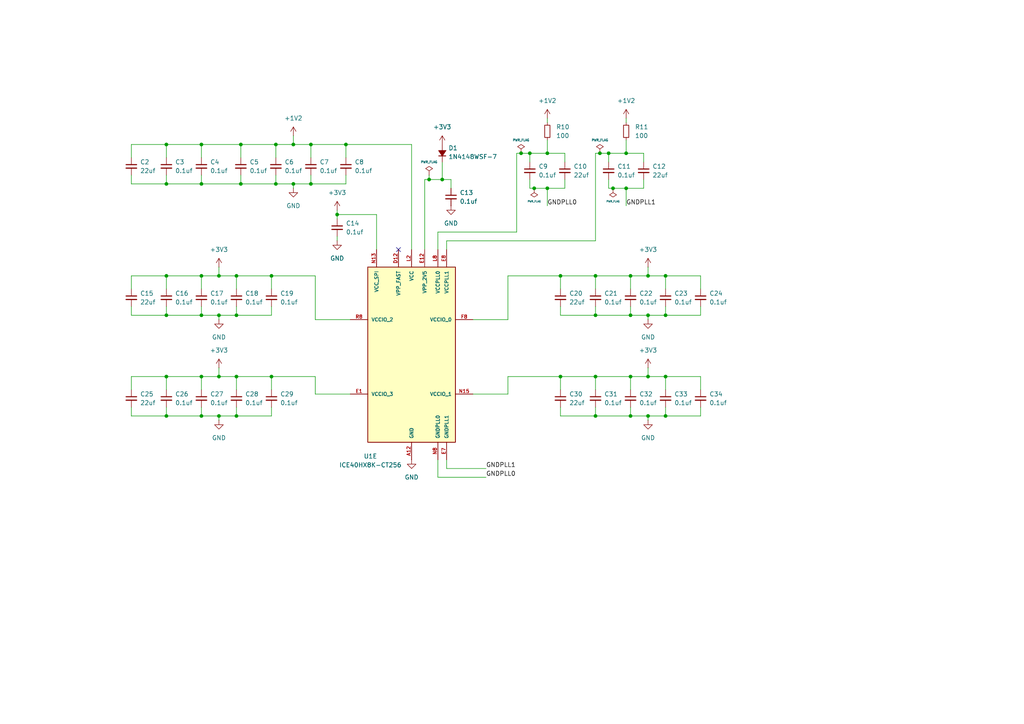
<source format=kicad_sch>
(kicad_sch (version 20231120) (generator "eeschema") (generator_version "8.0")
  (paper "A4")
  (junction (at 85.09 53.34))
  (junction (at 172.72 80.01))
  (junction (at 128.27 52.07))
  (junction (at 58.42 91.44))
  (junction (at 58.42 53.34))
  (junction (at 48.26 120.65))
  (junction (at 48.26 91.44))
  (junction (at 181.61 44.45))
  (junction (at 90.17 53.34))
  (junction (at 48.26 80.01))
  (junction (at 58.42 120.65))
  (junction (at 63.5 91.44))
  (junction (at 68.58 80.01))
  (junction (at 193.04 109.22))
  (junction (at 162.56 109.22))
  (junction (at 151.13 44.45))
  (junction (at 69.85 53.34))
  (junction (at 58.42 80.01))
  (junction (at 48.26 53.34))
  (junction (at 48.26 41.91))
  (junction (at 193.04 80.01))
  (junction (at 176.53 44.45))
  (junction (at 80.01 41.91))
  (junction (at 68.58 91.44))
  (junction (at 78.74 80.01))
  (junction (at 177.8 54.61))
  (junction (at 154.94 54.61))
  (junction (at 182.88 120.65))
  (junction (at 85.09 41.91))
  (junction (at 63.5 120.65))
  (junction (at 187.96 80.01))
  (junction (at 90.17 41.91))
  (junction (at 173.99 44.45))
  (junction (at 187.96 91.44))
  (junction (at 63.5 109.22))
  (junction (at 182.88 91.44))
  (junction (at 181.61 54.61))
  (junction (at 187.96 120.65))
  (junction (at 158.75 44.45))
  (junction (at 78.74 109.22))
  (junction (at 124.46 52.07))
  (junction (at 100.33 41.91))
  (junction (at 153.67 44.45))
  (junction (at 182.88 80.01))
  (junction (at 182.88 109.22))
  (junction (at 172.72 120.65))
  (junction (at 193.04 91.44))
  (junction (at 172.72 91.44))
  (junction (at 68.58 120.65))
  (junction (at 63.5 80.01))
  (junction (at 58.42 109.22))
  (junction (at 187.96 109.22))
  (junction (at 158.75 54.61))
  (junction (at 80.01 53.34))
  (junction (at 69.85 41.91))
  (junction (at 58.42 41.91))
  (junction (at 162.56 80.01))
  (junction (at 68.58 109.22))
  (junction (at 193.04 120.65))
  (junction (at 48.26 109.22))
  (junction (at 172.72 109.22))
  (junction (at 97.79 62.23))
  (no_connect (at 115.57 72.39))
  (wire (pts (xy 153.67 54.61) (xy 154.94 54.61)))
  (wire (pts (xy 186.69 54.61) (xy 186.69 52.07)))
  (wire (pts (xy 172.72 44.45) (xy 172.72 69.85)))
  (wire (pts (xy 63.5 106.68) (xy 63.5 109.22)))
  (wire (pts (xy 48.26 83.82) (xy 48.26 80.01)))
  (wire (pts (xy 193.04 80.01) (xy 203.2 80.01)))
  (wire (pts (xy 182.88 91.44) (xy 187.96 91.44)))
  (wire (pts (xy 172.72 120.65) (xy 182.88 120.65)))
  (wire (pts (xy 182.88 118.11) (xy 182.88 120.65)))
  (wire (pts (xy 182.88 80.01) (xy 187.96 80.01)))
  (wire (pts (xy 149.86 67.31) (xy 149.86 44.45)))
  (wire (pts (xy 38.1 50.8) (xy 38.1 53.34)))
  (wire (pts (xy 63.5 91.44) (xy 68.58 91.44)))
  (wire (pts (xy 100.33 41.91) (xy 119.38 41.91)))
  (wire (pts (xy 48.26 80.01) (xy 58.42 80.01)))
  (wire (pts (xy 176.53 44.45) (xy 173.99 44.45)))
  (wire (pts (xy 162.56 83.82) (xy 162.56 80.01)))
  (wire (pts (xy 172.72 69.85) (xy 129.54 69.85)))
  (wire (pts (xy 58.42 88.9) (xy 58.42 91.44)))
  (wire (pts (xy 186.69 44.45) (xy 186.69 46.99)))
  (wire (pts (xy 147.32 114.3) (xy 147.32 109.22)))
  (wire (pts (xy 172.72 118.11) (xy 172.72 120.65)))
  (wire (pts (xy 162.56 120.65) (xy 172.72 120.65)))
  (wire (pts (xy 90.17 41.91) (xy 90.17 45.72)))
  (wire (pts (xy 91.44 92.71) (xy 101.6 92.71)))
  (wire (pts (xy 90.17 53.34) (xy 100.33 53.34)))
  (wire (pts (xy 177.8 54.61) (xy 181.61 54.61)))
  (wire (pts (xy 182.88 120.65) (xy 187.96 120.65)))
  (wire (pts (xy 38.1 45.72) (xy 38.1 41.91)))
  (wire (pts (xy 90.17 50.8) (xy 90.17 53.34)))
  (wire (pts (xy 48.26 91.44) (xy 58.42 91.44)))
  (wire (pts (xy 68.58 91.44) (xy 78.74 91.44)))
  (wire (pts (xy 193.04 91.44) (xy 203.2 91.44)))
  (wire (pts (xy 158.75 44.45) (xy 163.83 44.45)))
  (wire (pts (xy 38.1 113.03) (xy 38.1 109.22)))
  (wire (pts (xy 58.42 50.8) (xy 58.42 53.34)))
  (wire (pts (xy 109.22 72.39) (xy 109.22 62.23)))
  (wire (pts (xy 203.2 91.44) (xy 203.2 88.9)))
  (wire (pts (xy 187.96 120.65) (xy 187.96 121.92)))
  (wire (pts (xy 193.04 88.9) (xy 193.04 91.44)))
  (wire (pts (xy 137.16 92.71) (xy 147.32 92.71)))
  (wire (pts (xy 203.2 120.65) (xy 203.2 118.11)))
  (wire (pts (xy 193.04 109.22) (xy 193.04 113.03)))
  (wire (pts (xy 78.74 80.01) (xy 78.74 83.82)))
  (wire (pts (xy 153.67 44.45) (xy 153.67 46.99)))
  (wire (pts (xy 38.1 53.34) (xy 48.26 53.34)))
  (wire (pts (xy 176.53 44.45) (xy 176.53 46.99)))
  (wire (pts (xy 58.42 118.11) (xy 58.42 120.65)))
  (wire (pts (xy 181.61 44.45) (xy 186.69 44.45)))
  (wire (pts (xy 163.83 54.61) (xy 163.83 52.07)))
  (wire (pts (xy 90.17 41.91) (xy 100.33 41.91)))
  (wire (pts (xy 162.56 88.9) (xy 162.56 91.44)))
  (wire (pts (xy 151.13 44.45) (xy 153.67 44.45)))
  (wire (pts (xy 147.32 109.22) (xy 162.56 109.22)))
  (wire (pts (xy 58.42 120.65) (xy 63.5 120.65)))
  (wire (pts (xy 63.5 120.65) (xy 68.58 120.65)))
  (wire (pts (xy 85.09 39.37) (xy 85.09 41.91)))
  (wire (pts (xy 100.33 41.91) (xy 100.33 45.72)))
  (wire (pts (xy 172.72 109.22) (xy 182.88 109.22)))
  (wire (pts (xy 128.27 52.07) (xy 128.27 46.99)))
  (wire (pts (xy 130.81 54.61) (xy 130.81 52.07)))
  (wire (pts (xy 58.42 91.44) (xy 63.5 91.44)))
  (wire (pts (xy 176.53 54.61) (xy 177.8 54.61)))
  (wire (pts (xy 63.5 120.65) (xy 63.5 121.92)))
  (wire (pts (xy 38.1 120.65) (xy 48.26 120.65)))
  (wire (pts (xy 58.42 41.91) (xy 58.42 45.72)))
  (wire (pts (xy 181.61 40.64) (xy 181.61 44.45)))
  (wire (pts (xy 48.26 118.11) (xy 48.26 120.65)))
  (wire (pts (xy 97.79 62.23) (xy 97.79 63.5)))
  (wire (pts (xy 91.44 109.22) (xy 78.74 109.22)))
  (wire (pts (xy 203.2 80.01) (xy 203.2 83.82)))
  (wire (pts (xy 109.22 62.23) (xy 97.79 62.23)))
  (wire (pts (xy 162.56 91.44) (xy 172.72 91.44)))
  (wire (pts (xy 78.74 80.01) (xy 91.44 80.01)))
  (wire (pts (xy 137.16 114.3) (xy 147.32 114.3)))
  (wire (pts (xy 182.88 109.22) (xy 182.88 113.03)))
  (wire (pts (xy 176.53 44.45) (xy 181.61 44.45)))
  (wire (pts (xy 78.74 120.65) (xy 78.74 118.11)))
  (wire (pts (xy 48.26 113.03) (xy 48.26 109.22)))
  (wire (pts (xy 172.72 80.01) (xy 182.88 80.01)))
  (wire (pts (xy 48.26 41.91) (xy 58.42 41.91)))
  (wire (pts (xy 63.5 80.01) (xy 68.58 80.01)))
  (wire (pts (xy 85.09 41.91) (xy 90.17 41.91)))
  (wire (pts (xy 153.67 54.61) (xy 153.67 52.07)))
  (wire (pts (xy 123.19 52.07) (xy 124.46 52.07)))
  (wire (pts (xy 68.58 88.9) (xy 68.58 91.44)))
  (wire (pts (xy 129.54 69.85) (xy 129.54 72.39)))
  (wire (pts (xy 158.75 54.61) (xy 163.83 54.61)))
  (wire (pts (xy 172.72 88.9) (xy 172.72 91.44)))
  (wire (pts (xy 187.96 91.44) (xy 187.96 92.71)))
  (wire (pts (xy 38.1 80.01) (xy 48.26 80.01)))
  (wire (pts (xy 193.04 109.22) (xy 203.2 109.22)))
  (wire (pts (xy 193.04 118.11) (xy 193.04 120.65)))
  (wire (pts (xy 91.44 80.01) (xy 91.44 92.71)))
  (wire (pts (xy 78.74 91.44) (xy 78.74 88.9)))
  (wire (pts (xy 48.26 88.9) (xy 48.26 91.44)))
  (wire (pts (xy 119.38 41.91) (xy 119.38 72.39)))
  (wire (pts (xy 91.44 109.22) (xy 91.44 114.3)))
  (wire (pts (xy 127 138.43) (xy 140.97 138.43)))
  (wire (pts (xy 68.58 80.01) (xy 68.58 83.82)))
  (wire (pts (xy 193.04 80.01) (xy 193.04 83.82)))
  (wire (pts (xy 182.88 109.22) (xy 187.96 109.22)))
  (wire (pts (xy 68.58 109.22) (xy 78.74 109.22)))
  (wire (pts (xy 80.01 41.91) (xy 80.01 45.72)))
  (wire (pts (xy 181.61 54.61) (xy 186.69 54.61)))
  (wire (pts (xy 80.01 41.91) (xy 85.09 41.91)))
  (wire (pts (xy 58.42 80.01) (xy 63.5 80.01)))
  (wire (pts (xy 187.96 106.68) (xy 187.96 109.22)))
  (wire (pts (xy 129.54 133.35) (xy 129.54 135.89)))
  (wire (pts (xy 85.09 53.34) (xy 85.09 54.61)))
  (wire (pts (xy 187.96 109.22) (xy 193.04 109.22)))
  (wire (pts (xy 128.27 52.07) (xy 130.81 52.07)))
  (wire (pts (xy 69.85 53.34) (xy 80.01 53.34)))
  (wire (pts (xy 80.01 53.34) (xy 85.09 53.34)))
  (wire (pts (xy 162.56 80.01) (xy 172.72 80.01)))
  (wire (pts (xy 123.19 52.07) (xy 123.19 72.39)))
  (wire (pts (xy 124.46 50.8) (xy 124.46 52.07)))
  (wire (pts (xy 58.42 41.91) (xy 69.85 41.91)))
  (wire (pts (xy 38.1 88.9) (xy 38.1 91.44)))
  (wire (pts (xy 38.1 41.91) (xy 48.26 41.91)))
  (wire (pts (xy 158.75 54.61) (xy 158.75 59.69)))
  (wire (pts (xy 127 133.35) (xy 127 138.43)))
  (wire (pts (xy 182.88 88.9) (xy 182.88 91.44)))
  (wire (pts (xy 48.26 50.8) (xy 48.26 53.34)))
  (wire (pts (xy 68.58 80.01) (xy 78.74 80.01)))
  (wire (pts (xy 58.42 80.01) (xy 58.42 83.82)))
  (wire (pts (xy 68.58 118.11) (xy 68.58 120.65)))
  (wire (pts (xy 124.46 52.07) (xy 128.27 52.07)))
  (wire (pts (xy 182.88 80.01) (xy 182.88 83.82)))
  (wire (pts (xy 172.72 83.82) (xy 172.72 80.01)))
  (wire (pts (xy 97.79 69.85) (xy 97.79 68.58)))
  (wire (pts (xy 172.72 113.03) (xy 172.72 109.22)))
  (wire (pts (xy 80.01 50.8) (xy 80.01 53.34)))
  (wire (pts (xy 48.26 45.72) (xy 48.26 41.91)))
  (wire (pts (xy 91.44 114.3) (xy 101.6 114.3)))
  (wire (pts (xy 69.85 41.91) (xy 69.85 45.72)))
  (wire (pts (xy 149.86 44.45) (xy 151.13 44.45)))
  (wire (pts (xy 48.26 120.65) (xy 58.42 120.65)))
  (wire (pts (xy 38.1 91.44) (xy 48.26 91.44)))
  (wire (pts (xy 158.75 40.64) (xy 158.75 44.45)))
  (wire (pts (xy 203.2 109.22) (xy 203.2 113.03)))
  (wire (pts (xy 63.5 91.44) (xy 63.5 92.71)))
  (wire (pts (xy 187.96 77.47) (xy 187.96 80.01)))
  (wire (pts (xy 97.79 60.96) (xy 97.79 62.23)))
  (wire (pts (xy 58.42 109.22) (xy 63.5 109.22)))
  (wire (pts (xy 63.5 109.22) (xy 68.58 109.22)))
  (wire (pts (xy 181.61 34.29) (xy 181.61 35.56)))
  (wire (pts (xy 78.74 109.22) (xy 78.74 113.03)))
  (wire (pts (xy 147.32 80.01) (xy 162.56 80.01)))
  (wire (pts (xy 38.1 109.22) (xy 48.26 109.22)))
  (wire (pts (xy 69.85 50.8) (xy 69.85 53.34)))
  (wire (pts (xy 162.56 113.03) (xy 162.56 109.22)))
  (wire (pts (xy 48.26 109.22) (xy 58.42 109.22)))
  (wire (pts (xy 85.09 53.34) (xy 90.17 53.34)))
  (wire (pts (xy 158.75 34.29) (xy 158.75 35.56)))
  (wire (pts (xy 163.83 44.45) (xy 163.83 46.99)))
  (wire (pts (xy 162.56 109.22) (xy 172.72 109.22)))
  (wire (pts (xy 154.94 54.61) (xy 158.75 54.61)))
  (wire (pts (xy 58.42 53.34) (xy 69.85 53.34)))
  (wire (pts (xy 176.53 54.61) (xy 176.53 52.07)))
  (wire (pts (xy 187.96 120.65) (xy 193.04 120.65)))
  (wire (pts (xy 181.61 54.61) (xy 181.61 59.69)))
  (wire (pts (xy 100.33 53.34) (xy 100.33 50.8)))
  (wire (pts (xy 187.96 91.44) (xy 193.04 91.44)))
  (wire (pts (xy 187.96 80.01) (xy 193.04 80.01)))
  (wire (pts (xy 38.1 83.82) (xy 38.1 80.01)))
  (wire (pts (xy 173.99 44.45) (xy 172.72 44.45)))
  (wire (pts (xy 149.86 67.31) (xy 127 67.31)))
  (wire (pts (xy 172.72 91.44) (xy 182.88 91.44)))
  (wire (pts (xy 48.26 53.34) (xy 58.42 53.34)))
  (wire (pts (xy 129.54 135.89) (xy 140.97 135.89)))
  (wire (pts (xy 58.42 109.22) (xy 58.42 113.03)))
  (wire (pts (xy 68.58 120.65) (xy 78.74 120.65)))
  (wire (pts (xy 69.85 41.91) (xy 80.01 41.91)))
  (wire (pts (xy 63.5 77.47) (xy 63.5 80.01)))
  (wire (pts (xy 127 67.31) (xy 127 72.39)))
  (wire (pts (xy 153.67 44.45) (xy 158.75 44.45)))
  (wire (pts (xy 162.56 118.11) (xy 162.56 120.65)))
  (wire (pts (xy 147.32 92.71) (xy 147.32 80.01)))
  (wire (pts (xy 38.1 118.11) (xy 38.1 120.65)))
  (wire (pts (xy 193.04 120.65) (xy 203.2 120.65)))
  (wire (pts (xy 68.58 109.22) (xy 68.58 113.03)))
  (label "GNDPLL1" (at 181.61 59.69 0))
  (label "GNDPLL1" (at 140.97 135.89 0))
  (label "GNDPLL0" (at 158.75 59.69 0))
  (label "GNDPLL0" (at 140.97 138.43 0))
  (symbol (lib_id "Device:C_Small") (at 162.56 86.36 0) (unit 1)
    (property "Reference" "C20" (at 165.1 85.0962 0) (effects (justify left)))
    (property "Value" "22uf" (at 165.1 87.6362 0) (effects (justify left)))
    (property "Footprint" "Capacitor_SMD:C_0603_1608Metric" (effects (hide yes)))
    (property "Description" "Unpolarized capacitor, small symbol" (effects (hide yes)))
    (property "LCSC Part #" "C59461" (effects (hide yes)))
    (property "Digi-Key Part Number" "490-7611-1-ND" (effects (hide yes)))
  )
  (symbol (lib_id "Device:C_Small") (at 130.81 57.15 0) (unit 1)
    (property "Reference" "C13" (at 133.35 55.8862 0) (effects (justify left)))
    (property "Value" "0.1uf" (at 133.35 58.4262 0) (effects (justify left)))
    (property "Footprint" "Capacitor_SMD:C_0201_0603Metric" (effects (hide yes)))
    (property "Description" "Unpolarized capacitor, small symbol" (effects (hide yes)))
    (property "LCSC Part #" "C160831" (effects (hide yes)))
    (property "Digi-Key Part Number" "490-14305-1-ND" (effects (hide yes)))
  )
  (symbol (lib_id "Device:C_Small") (at 163.83 49.53 0) (unit 1)
    (property "Reference" "C10" (at 166.37 48.2662 0) (effects (justify left)))
    (property "Value" "22uf" (at 166.37 50.8062 0) (effects (justify left)))
    (property "Footprint" "Capacitor_SMD:C_0603_1608Metric" (effects (hide yes)))
    (property "Description" "Unpolarized capacitor, small symbol" (effects (hide yes)))
    (property "LCSC Part #" "C59461" (effects (hide yes)))
    (property "Digi-Key Part Number" "490-7611-1-ND" (effects (hide yes)))
  )
  (symbol (lib_id "Device:C_Small") (at 68.58 115.57 0) (unit 1)
    (property "Reference" "C28" (at 71.12 114.3062 0) (effects (justify left)))
    (property "Value" "0.1uf" (at 71.12 116.8462 0) (effects (justify left)))
    (property "Footprint" "Capacitor_SMD:C_0201_0603Metric" (effects (hide yes)))
    (property "Description" "Unpolarized capacitor, small symbol" (effects (hide yes)))
    (property "LCSC Part #" "C160831" (effects (hide yes)))
    (property "Digi-Key Part Number" "490-14305-1-ND" (effects (hide yes)))
  )
  (symbol (lib_id "power:GND") (at 130.81 59.69 0) (unit 1)
    (property "Reference" "#PWR028" (effects (hide yes)))
    (property "Value" "GND" (at 130.81 64.77 0))
    (property "Description" "Power symbol creates a global label with name \"GND\" , ground" (effects (hide yes)))
  )
  (symbol (lib_name "ICE40HX8K-CT256_3") (lib_id "ICE40HX8K-CT256:ICE40HX8K-CT256") (at 119.38 102.87 0) (unit 5)
    (property "Reference" "U1" (at 107.442 132.334 0))
    (property "Value" "ICE40HX8K-CT256" (at 107.442 134.874 0))
    (property "Footprint" "ICE40HX8K-CT256:BGA256C80P16X16_1400X1400X170" (effects (hide yes)))
    (property "MF" "Lattice Semiconductor" (effects (hide yes)))
    (property "Description_1" "\niCE40™ HX Field Programmable Gate Array (FPGA) IC 206 131072 7680 256-LFBGA\n" (effects (hide yes)))
    (property "Package" "CABGA-256 Lattice Semiconductor" (effects (hide yes)))
    (property "Price" "None" (effects (hide yes)))
    (property "Check_prices" "https://www.snapeda.com/parts/ICE40HX8K-CT256/Lattice+Semiconductor+Corporation/view-part/?ref=eda" (effects (hide yes)))
    (property "PART_REV" "3.4" (effects (hide yes)))
    (property "STANDARD" "IPC-7351B" (effects (hide yes)))
    (property "SnapEDA_Link" "https://www.snapeda.com/parts/ICE40HX8K-CT256/Lattice+Semiconductor+Corporation/view-part/?ref=snap" (effects (hide yes)))
    (property "MP" "ICE40HX8K-CT256" (effects (hide yes)))
    (property "Availability" "In Stock" (effects (hide yes)))
    (property "MANUFACTURER" "Lattice Semiconductor" (effects (hide yes)))
    (property "LCSC Part #" "C1521993" (effects (hide yes)))
    (property "Digi-Key Part Number" "220-1575-ND" (effects (hide yes)))
  )
  (symbol (lib_id "Device:C_Small") (at 100.33 48.26 0) (unit 1)
    (property "Reference" "C8" (at 102.87 46.9962 0) (effects (justify left)))
    (property "Value" "0.1uf" (at 102.87 49.5362 0) (effects (justify left)))
    (property "Footprint" "Capacitor_SMD:C_0201_0603Metric" (effects (hide yes)))
    (property "Description" "Unpolarized capacitor, small symbol" (effects (hide yes)))
    (property "LCSC Part #" "C160831" (effects (hide yes)))
    (property "Digi-Key Part Number" "490-14305-1-ND" (effects (hide yes)))
  )
  (symbol (lib_id "Device:C_Small") (at 68.58 86.36 0) (unit 1)
    (property "Reference" "C18" (at 71.12 85.0962 0) (effects (justify left)))
    (property "Value" "0.1uf" (at 71.12 87.6362 0) (effects (justify left)))
    (property "Footprint" "Capacitor_SMD:C_0201_0603Metric" (effects (hide yes)))
    (property "Description" "Unpolarized capacitor, small symbol" (effects (hide yes)))
    (property "LCSC Part #" "C160831" (effects (hide yes)))
    (property "Digi-Key Part Number" "490-14305-1-ND" (effects (hide yes)))
  )
  (symbol (lib_id "Device:C_Small") (at 182.88 86.36 0) (unit 1)
    (property "Reference" "C22" (at 185.42 85.0962 0) (effects (justify left)))
    (property "Value" "0.1uf" (at 185.42 87.6362 0) (effects (justify left)))
    (property "Footprint" "Capacitor_SMD:C_0201_0603Metric" (effects (hide yes)))
    (property "Description" "Unpolarized capacitor, small symbol" (effects (hide yes)))
    (property "LCSC Part #" "C160831" (effects (hide yes)))
    (property "Digi-Key Part Number" "490-14305-1-ND" (effects (hide yes)))
  )
  (symbol (lib_id "Device:C_Small") (at 48.26 86.36 0) (unit 1)
    (property "Reference" "C16" (at 50.8 85.0962 0) (effects (justify left)))
    (property "Value" "0.1uf" (at 50.8 87.6362 0) (effects (justify left)))
    (property "Footprint" "Capacitor_SMD:C_0201_0603Metric" (effects (hide yes)))
    (property "Description" "Unpolarized capacitor, small symbol" (effects (hide yes)))
    (property "LCSC Part #" "C160831" (effects (hide yes)))
    (property "Digi-Key Part Number" "490-14305-1-ND" (effects (hide yes)))
  )
  (symbol (lib_id "Device:C_Small") (at 38.1 115.57 0) (unit 1)
    (property "Reference" "C25" (at 40.64 114.3062 0) (effects (justify left)))
    (property "Value" "22uf" (at 40.64 116.8462 0) (effects (justify left)))
    (property "Footprint" "Capacitor_SMD:C_0603_1608Metric" (effects (hide yes)))
    (property "Description" "Unpolarized capacitor, small symbol" (effects (hide yes)))
    (property "LCSC Part #" "C59461" (effects (hide yes)))
    (property "Digi-Key Part Number" "490-7611-1-ND" (effects (hide yes)))
  )
  (symbol (lib_id "Device:C_Small") (at 153.67 49.53 0) (unit 1)
    (property "Reference" "C9" (at 156.21 48.2662 0) (effects (justify left)))
    (property "Value" "0.1uf" (at 156.21 50.8062 0) (effects (justify left)))
    (property "Footprint" "Capacitor_SMD:C_0201_0603Metric" (effects (hide yes)))
    (property "Description" "Unpolarized capacitor, small symbol" (effects (hide yes)))
    (property "LCSC Part #" "C160831" (effects (hide yes)))
    (property "Digi-Key Part Number" "490-14305-1-ND" (effects (hide yes)))
  )
  (symbol (lib_id "Device:C_Small") (at 162.56 115.57 0) (unit 1)
    (property "Reference" "C30" (at 165.1 114.3062 0) (effects (justify left)))
    (property "Value" "22uf" (at 165.1 116.8462 0) (effects (justify left)))
    (property "Footprint" "Capacitor_SMD:C_0603_1608Metric" (effects (hide yes)))
    (property "Description" "Unpolarized capacitor, small symbol" (effects (hide yes)))
    (property "LCSC Part #" "C59461" (effects (hide yes)))
    (property "Digi-Key Part Number" "490-7611-1-ND" (effects (hide yes)))
  )
  (symbol (lib_id "power:GND") (at 119.38 133.35 0) (unit 1)
    (property "Reference" "#PWR039" (effects (hide yes)))
    (property "Value" "GND" (at 119.38 138.43 0))
    (property "Description" "Power symbol creates a global label with name \"GND\" , ground" (effects (hide yes)))
  )
  (symbol (lib_id "Device:C_Small") (at 58.42 48.26 0) (unit 1)
    (property "Reference" "C4" (at 60.96 46.9962 0) (effects (justify left)))
    (property "Value" "0.1uf" (at 60.96 49.5362 0) (effects (justify left)))
    (property "Footprint" "Capacitor_SMD:C_0201_0603Metric" (effects (hide yes)))
    (property "Description" "Unpolarized capacitor, small symbol" (effects (hide yes)))
    (property "LCSC Part #" "C160831" (effects (hide yes)))
    (property "Digi-Key Part Number" "490-14305-1-ND" (effects (hide yes)))
  )
  (symbol (lib_id "power:GND") (at 63.5 121.92 0) (unit 1)
    (property "Reference" "#PWR037" (effects (hide yes)))
    (property "Value" "GND" (at 63.5 127 0))
    (property "Description" "Power symbol creates a global label with name \"GND\" , ground" (effects (hide yes)))
  )
  (symbol (lib_id "power:+3V3") (at 187.96 77.47 0) (unit 1)
    (property "Reference" "#PWR032" (effects (hide yes)))
    (property "Value" "+3V3" (at 187.96 72.39 0))
    (property "Description" "Power symbol creates a global label with name \"+3V3\"" (effects (hide yes)))
  )
  (symbol (lib_id "Device:C_Small") (at 186.69 49.53 0) (unit 1)
    (property "Reference" "C12" (at 189.23 48.2662 0) (effects (justify left)))
    (property "Value" "22uf" (at 189.23 50.8062 0) (effects (justify left)))
    (property "Footprint" "Capacitor_SMD:C_0603_1608Metric" (effects (hide yes)))
    (property "Description" "Unpolarized capacitor, small symbol" (effects (hide yes)))
    (property "LCSC Part #" "C59461" (effects (hide yes)))
    (property "Digi-Key Part Number" "490-7611-1-ND" (effects (hide yes)))
  )
  (symbol (lib_id "power:+1V2") (at 158.75 34.29 0) (unit 1)
    (property "Reference" "#PWR023" (effects (hide yes)))
    (property "Value" "+1V2" (at 158.75 29.21 0))
    (property "Description" "Power symbol creates a global label with name \"+1V2\"" (effects (hide yes)))
  )
  (symbol (lib_id "Device:C_Small") (at 58.42 115.57 0) (unit 1)
    (property "Reference" "C27" (at 60.96 114.3062 0) (effects (justify left)))
    (property "Value" "0.1uf" (at 60.96 116.8462 0) (effects (justify left)))
    (property "Footprint" "Capacitor_SMD:C_0201_0603Metric" (effects (hide yes)))
    (property "Description" "Unpolarized capacitor, small symbol" (effects (hide yes)))
    (property "LCSC Part #" "C160831" (effects (hide yes)))
    (property "Digi-Key Part Number" "490-14305-1-ND" (effects (hide yes)))
  )
  (symbol (lib_id "Device:C_Small") (at 90.17 48.26 0) (unit 1)
    (property "Reference" "C7" (at 92.71 46.9962 0) (effects (justify left)))
    (property "Value" "0.1uf" (at 92.71 49.5362 0) (effects (justify left)))
    (property "Footprint" "Capacitor_SMD:C_0201_0603Metric" (effects (hide yes)))
    (property "Description" "Unpolarized capacitor, small symbol" (effects (hide yes)))
    (property "LCSC Part #" "C160831" (effects (hide yes)))
    (property "Digi-Key Part Number" "490-14305-1-ND" (effects (hide yes)))
  )
  (symbol (lib_id "power:+3V3") (at 128.27 41.91 0) (unit 1)
    (property "Reference" "#PWR026" (effects (hide yes)))
    (property "Value" "+3V3" (at 128.27 36.83 0))
    (property "Description" "Power symbol creates a global label with name \"+3V3\"" (effects (hide yes)))
  )
  (symbol (lib_id "power:GND") (at 85.09 54.61 0) (unit 1)
    (property "Reference" "#PWR027" (effects (hide yes)))
    (property "Value" "GND" (at 85.09 59.69 0))
    (property "Description" "Power symbol creates a global label with name \"GND\" , ground" (effects (hide yes)))
  )
  (symbol (lib_id "power:GND") (at 97.79 69.85 0) (unit 1)
    (property "Reference" "#PWR030" (effects (hide yes)))
    (property "Value" "GND" (at 97.79 74.93 0))
    (property "Description" "Power symbol creates a global label with name \"GND\" , ground" (effects (hide yes)))
  )
  (symbol (lib_id "power:+3V3") (at 97.79 60.96 0) (unit 1)
    (property "Reference" "#PWR029" (effects (hide yes)))
    (property "Value" "+3V3" (at 97.79 55.88 0))
    (property "Description" "Power symbol creates a global label with name \"+3V3\"" (effects (hide yes)))
  )
  (symbol (lib_id "Device:C_Small") (at 58.42 86.36 0) (unit 1)
    (property "Reference" "C17" (at 60.96 85.0962 0) (effects (justify left)))
    (property "Value" "0.1uf" (at 60.96 87.6362 0) (effects (justify left)))
    (property "Footprint" "Capacitor_SMD:C_0201_0603Metric" (effects (hide yes)))
    (property "Description" "Unpolarized capacitor, small symbol" (effects (hide yes)))
    (property "LCSC Part #" "C160831" (effects (hide yes)))
    (property "Digi-Key Part Number" "490-14305-1-ND" (effects (hide yes)))
  )
  (symbol (lib_id "Device:C_Small") (at 78.74 86.36 0) (unit 1)
    (property "Reference" "C19" (at 81.28 85.0962 0) (effects (justify left)))
    (property "Value" "0.1uf" (at 81.28 87.6362 0) (effects (justify left)))
    (property "Footprint" "Capacitor_SMD:C_0201_0603Metric" (effects (hide yes)))
    (property "Description" "Unpolarized capacitor, small symbol" (effects (hide yes)))
    (property "LCSC Part #" "C160831" (effects (hide yes)))
    (property "Digi-Key Part Number" "490-14305-1-ND" (effects (hide yes)))
  )
  (symbol (lib_id "power:GND") (at 187.96 121.92 0) (unit 1)
    (property "Reference" "#PWR038" (effects (hide yes)))
    (property "Value" "GND" (at 187.96 127 0))
    (property "Description" "Power symbol creates a global label with name \"GND\" , ground" (effects (hide yes)))
  )
  (symbol (lib_id "power:+1V2") (at 181.61 34.29 0) (unit 1)
    (property "Reference" "#PWR024" (effects (hide yes)))
    (property "Value" "+1V2" (at 181.61 29.21 0))
    (property "Description" "Power symbol creates a global label with name \"+1V2\"" (effects (hide yes)))
  )
  (symbol (lib_id "power:PWR_FLAG") (at 154.94 54.61 180) (unit 1)
    (property "Reference" "#FLG04" (effects (hide yes)))
    (property "Value" "PWR_FLAG" (at 154.94 58.42 0) (effects (font (size 0.508 0.508))))
    (property "Description" "Special symbol for telling ERC where power comes from" (effects (hide yes)))
  )
  (symbol (lib_id "Device:C_Small") (at 176.53 49.53 0) (unit 1)
    (property "Reference" "C11" (at 179.07 48.2662 0) (effects (justify left)))
    (property "Value" "0.1uf" (at 179.07 50.8062 0) (effects (justify left)))
    (property "Footprint" "Capacitor_SMD:C_0201_0603Metric" (effects (hide yes)))
    (property "Description" "Unpolarized capacitor, small symbol" (effects (hide yes)))
    (property "LCSC Part #" "C160831" (effects (hide yes)))
    (property "Digi-Key Part Number" "490-14305-1-ND" (effects (hide yes)))
  )
  (symbol (lib_id "power:PWR_FLAG") (at 173.99 44.45 0) (unit 1)
    (property "Reference" "#FLG02" (effects (hide yes)))
    (property "Value" "PWR_FLAG" (at 173.99 40.64 0) (effects (font (size 0.635 0.635))))
    (property "Description" "Special symbol for telling ERC where power comes from" (effects (hide yes)))
  )
  (symbol (lib_id "Device:C_Small") (at 80.01 48.26 0) (unit 1)
    (property "Reference" "C6" (at 82.55 46.9962 0) (effects (justify left)))
    (property "Value" "0.1uf" (at 82.55 49.5362 0) (effects (justify left)))
    (property "Footprint" "Capacitor_SMD:C_0201_0603Metric" (effects (hide yes)))
    (property "Description" "Unpolarized capacitor, small symbol" (effects (hide yes)))
    (property "LCSC Part #" "C160831" (effects (hide yes)))
    (property "Digi-Key Part Number" "490-14305-1-ND" (effects (hide yes)))
  )
  (symbol (lib_id "power:GND") (at 187.96 92.71 0) (unit 1)
    (property "Reference" "#PWR034" (effects (hide yes)))
    (property "Value" "GND" (at 187.96 97.79 0))
    (property "Description" "Power symbol creates a global label with name \"GND\" , ground" (effects (hide yes)))
  )
  (symbol (lib_id "power:+3V3") (at 63.5 77.47 0) (unit 1)
    (property "Reference" "#PWR031" (effects (hide yes)))
    (property "Value" "+3V3" (at 63.5 72.39 0))
    (property "Description" "Power symbol creates a global label with name \"+3V3\"" (effects (hide yes)))
  )
  (symbol (lib_id "Device:C_Small") (at 97.79 66.04 0) (unit 1)
    (property "Reference" "C14" (at 100.33 64.7762 0) (effects (justify left)))
    (property "Value" "0.1uf" (at 100.33 67.3162 0) (effects (justify left)))
    (property "Footprint" "Capacitor_SMD:C_0201_0603Metric" (effects (hide yes)))
    (property "Description" "Unpolarized capacitor, small symbol" (effects (hide yes)))
    (property "LCSC Part #" "C160831" (effects (hide yes)))
    (property "Digi-Key Part Number" "490-14305-1-ND" (effects (hide yes)))
  )
  (symbol (lib_id "Device:C_Small") (at 48.26 115.57 0) (unit 1)
    (property "Reference" "C26" (at 50.8 114.3062 0) (effects (justify left)))
    (property "Value" "0.1uf" (at 50.8 116.8462 0) (effects (justify left)))
    (property "Footprint" "Capacitor_SMD:C_0201_0603Metric" (effects (hide yes)))
    (property "Description" "Unpolarized capacitor, small symbol" (effects (hide yes)))
    (property "LCSC Part #" "C160831" (effects (hide yes)))
    (property "Digi-Key Part Number" "490-14305-1-ND" (effects (hide yes)))
  )
  (symbol (lib_id "Device:C_Small") (at 193.04 115.57 0) (unit 1)
    (property "Reference" "C33" (at 195.58 114.3062 0) (effects (justify left)))
    (property "Value" "0.1uf" (at 195.58 116.8462 0) (effects (justify left)))
    (property "Footprint" "Capacitor_SMD:C_0201_0603Metric" (effects (hide yes)))
    (property "Description" "Unpolarized capacitor, small symbol" (effects (hide yes)))
    (property "LCSC Part #" "C160831" (effects (hide yes)))
    (property "Digi-Key Part Number" "490-14305-1-ND" (effects (hide yes)))
  )
  (symbol (lib_id "power:+3V3") (at 63.5 106.68 0) (unit 1)
    (property "Reference" "#PWR035" (effects (hide yes)))
    (property "Value" "+3V3" (at 63.5 101.6 0))
    (property "Description" "Power symbol creates a global label with name \"+3V3\"" (effects (hide yes)))
  )
  (symbol (lib_id "Device:D_Small_Filled") (at 128.27 44.45 90) (unit 1)
    (property "Reference" "D1" (at 130.048 42.926 90) (effects (justify right)))
    (property "Value" "1N4148WSF-7" (at 130.048 45.466 90) (effects (justify right)))
    (property "Footprint" "Diode_SMD:D_SOD-323F" (effects (hide yes)))
    (property "Description" "Diode, small symbol, filled shape" (effects (hide yes)))
    (property "Sim.Device" "D" (effects (hide yes)))
    (property "Sim.Pins" "1=K 2=A" (effects (hide yes)))
    (property "LCSC Part #" "C119617" (effects (hide yes)))
    (property "Digi-Key Part Number" "1N4148WSF-7DICT-ND" (effects (hide yes)))
  )
  (symbol (lib_id "Device:C_Small") (at 172.72 86.36 0) (unit 1)
    (property "Reference" "C21" (at 175.26 85.0962 0) (effects (justify left)))
    (property "Value" "0.1uf" (at 175.26 87.6362 0) (effects (justify left)))
    (property "Footprint" "Capacitor_SMD:C_0201_0603Metric" (effects (hide yes)))
    (property "Description" "Unpolarized capacitor, small symbol" (effects (hide yes)))
    (property "LCSC Part #" "C160831" (effects (hide yes)))
    (property "Digi-Key Part Number" "490-14305-1-ND" (effects (hide yes)))
  )
  (symbol (lib_id "Device:C_Small") (at 172.72 115.57 0) (unit 1)
    (property "Reference" "C31" (at 175.26 114.3062 0) (effects (justify left)))
    (property "Value" "0.1uf" (at 175.26 116.8462 0) (effects (justify left)))
    (property "Footprint" "Capacitor_SMD:C_0201_0603Metric" (effects (hide yes)))
    (property "Description" "Unpolarized capacitor, small symbol" (effects (hide yes)))
    (property "LCSC Part #" "C160831" (effects (hide yes)))
    (property "Digi-Key Part Number" "490-14305-1-ND" (effects (hide yes)))
  )
  (symbol (lib_id "Device:C_Small") (at 78.74 115.57 0) (unit 1)
    (property "Reference" "C29" (at 81.28 114.3062 0) (effects (justify left)))
    (property "Value" "0.1uf" (at 81.28 116.8462 0) (effects (justify left)))
    (property "Footprint" "Capacitor_SMD:C_0201_0603Metric" (effects (hide yes)))
    (property "Description" "Unpolarized capacitor, small symbol" (effects (hide yes)))
    (property "LCSC Part #" "C160831" (effects (hide yes)))
    (property "Digi-Key Part Number" "490-14305-1-ND" (effects (hide yes)))
  )
  (symbol (lib_id "Device:C_Small") (at 182.88 115.57 0) (unit 1)
    (property "Reference" "C32" (at 185.42 114.3062 0) (effects (justify left)))
    (property "Value" "0.1uf" (at 185.42 116.8462 0) (effects (justify left)))
    (property "Footprint" "Capacitor_SMD:C_0201_0603Metric" (effects (hide yes)))
    (property "Description" "Unpolarized capacitor, small symbol" (effects (hide yes)))
    (property "LCSC Part #" "C160831" (effects (hide yes)))
    (property "Digi-Key Part Number" "490-14305-1-ND" (effects (hide yes)))
  )
  (symbol (lib_id "power:+3V3") (at 187.96 106.68 0) (unit 1)
    (property "Reference" "#PWR036" (effects (hide yes)))
    (property "Value" "+3V3" (at 187.96 101.6 0))
    (property "Description" "Power symbol creates a global label with name \"+3V3\"" (effects (hide yes)))
  )
  (symbol (lib_id "power:+1V2") (at 85.09 39.37 0) (unit 1)
    (property "Reference" "#PWR025" (effects (hide yes)))
    (property "Value" "+1V2" (at 85.09 34.29 0))
    (property "Description" "Power symbol creates a global label with name \"+1V2\"" (effects (hide yes)))
  )
  (symbol (lib_id "Device:R_Small") (at 158.75 38.1 0) (unit 1)
    (property "Reference" "R10" (at 161.29 36.8299 0) (effects (justify left)))
    (property "Value" "100" (at 161.29 39.3699 0) (effects (justify left)))
    (property "Footprint" "Resistor_SMD:R_0603_1608Metric" (effects (hide yes)))
    (property "Description" "Resistor, small symbol" (effects (hide yes)))
    (property "LCSC Part #" "C22775" (effects (hide yes)))
    (property "Digi-Key Part Number" "CR0603-FX-1000ELFCT-ND" (effects (hide yes)))
  )
  (symbol (lib_id "power:PWR_FLAG") (at 151.13 44.45 0) (unit 1)
    (property "Reference" "#FLG01" (effects (hide yes)))
    (property "Value" "PWR_FLAG" (at 151.13 40.64 0) (effects (font (size 0.635 0.635))))
    (property "Description" "Special symbol for telling ERC where power comes from" (effects (hide yes)))
  )
  (symbol (lib_id "Device:C_Small") (at 203.2 86.36 0) (unit 1)
    (property "Reference" "C24" (at 205.74 85.0962 0) (effects (justify left)))
    (property "Value" "0.1uf" (at 205.74 87.6362 0) (effects (justify left)))
    (property "Footprint" "Capacitor_SMD:C_0201_0603Metric" (effects (hide yes)))
    (property "Description" "Unpolarized capacitor, small symbol" (effects (hide yes)))
    (property "LCSC Part #" "C160831" (effects (hide yes)))
    (property "Digi-Key Part Number" "490-14305-1-ND" (effects (hide yes)))
  )
  (symbol (lib_id "Device:C_Small") (at 203.2 115.57 0) (unit 1)
    (property "Reference" "C34" (at 205.74 114.3062 0) (effects (justify left)))
    (property "Value" "0.1uf" (at 205.74 116.8462 0) (effects (justify left)))
    (property "Footprint" "Capacitor_SMD:C_0201_0603Metric" (effects (hide yes)))
    (property "Description" "Unpolarized capacitor, small symbol" (effects (hide yes)))
    (property "LCSC Part #" "C160831" (effects (hide yes)))
    (property "Digi-Key Part Number" "490-14305-1-ND" (effects (hide yes)))
  )
  (symbol (lib_id "Device:R_Small") (at 181.61 38.1 0) (unit 1)
    (property "Reference" "R11" (at 184.15 36.8299 0) (effects (justify left)))
    (property "Value" "100" (at 184.15 39.3699 0) (effects (justify left)))
    (property "Footprint" "Resistor_SMD:R_0603_1608Metric" (effects (hide yes)))
    (property "Description" "Resistor, small symbol" (effects (hide yes)))
    (property "LCSC Part #" "C22775" (effects (hide yes)))
    (property "Digi-Key Part Number" "CR0603-FX-1000ELFCT-ND" (effects (hide yes)))
  )
  (symbol (lib_id "Device:C_Small") (at 69.85 48.26 0) (unit 1)
    (property "Reference" "C5" (at 72.39 46.9962 0) (effects (justify left)))
    (property "Value" "0.1uf" (at 72.39 49.5362 0) (effects (justify left)))
    (property "Footprint" "Capacitor_SMD:C_0201_0603Metric" (effects (hide yes)))
    (property "Description" "Unpolarized capacitor, small symbol" (effects (hide yes)))
    (property "LCSC Part #" "C160831" (effects (hide yes)))
    (property "Digi-Key Part Number" "490-14305-1-ND" (effects (hide yes)))
  )
  (symbol (lib_id "power:GND") (at 63.5 92.71 0) (unit 1)
    (property "Reference" "#PWR033" (effects (hide yes)))
    (property "Value" "GND" (at 63.5 97.79 0))
    (property "Description" "Power symbol creates a global label with name \"GND\" , ground" (effects (hide yes)))
  )
  (symbol (lib_id "power:PWR_FLAG") (at 124.46 50.8 0) (unit 1)
    (property "Reference" "#FLG03" (effects (hide yes)))
    (property "Value" "PWR_FLAG" (at 124.46 46.99 0) (effects (font (size 0.635 0.635))))
    (property "Description" "Special symbol for telling ERC where power comes from" (effects (hide yes)))
  )
  (symbol (lib_id "Device:C_Small") (at 193.04 86.36 0) (unit 1)
    (property "Reference" "C23" (at 195.58 85.0962 0) (effects (justify left)))
    (property "Value" "0.1uf" (at 195.58 87.6362 0) (effects (justify left)))
    (property "Footprint" "Capacitor_SMD:C_0201_0603Metric" (effects (hide yes)))
    (property "Description" "Unpolarized capacitor, small symbol" (effects (hide yes)))
    (property "LCSC Part #" "C160831" (effects (hide yes)))
    (property "Digi-Key Part Number" "490-14305-1-ND" (effects (hide yes)))
  )
  (symbol (lib_id "Device:C_Small") (at 38.1 48.26 0) (unit 1)
    (property "Reference" "C2" (at 40.64 46.9962 0) (effects (justify left)))
    (property "Value" "22uf" (at 40.64 49.5362 0) (effects (justify left)))
    (property "Footprint" "Capacitor_SMD:C_0603_1608Metric" (effects (hide yes)))
    (property "Description" "Unpolarized capacitor, small symbol" (effects (hide yes)))
    (property "LCSC Part #" "C59461" (effects (hide yes)))
    (property "Digi-Key Part Number" "490-7611-1-ND" (effects (hide yes)))
  )
  (symbol (lib_id "Device:C_Small") (at 48.26 48.26 0) (unit 1)
    (property "Reference" "C3" (at 50.8 46.9962 0) (effects (justify left)))
    (property "Value" "0.1uf" (at 50.8 49.5362 0) (effects (justify left)))
    (property "Footprint" "Capacitor_SMD:C_0201_0603Metric" (effects (hide yes)))
    (property "Description" "Unpolarized capacitor, small symbol" (effects (hide yes)))
    (property "LCSC Part #" "C160831" (effects (hide yes)))
    (property "Digi-Key Part Number" "490-14305-1-ND" (effects (hide yes)))
  )
  (symbol (lib_id "Device:C_Small") (at 38.1 86.36 0) (unit 1)
    (property "Reference" "C15" (at 40.64 85.0962 0) (effects (justify left)))
    (property "Value" "22uf" (at 40.64 87.6362 0) (effects (justify left)))
    (property "Footprint" "Capacitor_SMD:C_0603_1608Metric" (effects (hide yes)))
    (property "Description" "Unpolarized capacitor, small symbol" (effects (hide yes)))
    (property "LCSC Part #" "C59461" (effects (hide yes)))
    (property "Digi-Key Part Number" "490-7611-1-ND" (effects (hide yes)))
  )
  (symbol (lib_id "power:PWR_FLAG") (at 177.8 54.61 180) (unit 1)
    (property "Reference" "#FLG05" (effects (hide yes)))
    (property "Value" "PWR_FLAG" (at 177.8 58.42 0) (effects (font (size 0.508 0.508))))
    (property "Description" "Special symbol for telling ERC where power comes from" (effects (hide yes)))
  )
)
</source>
